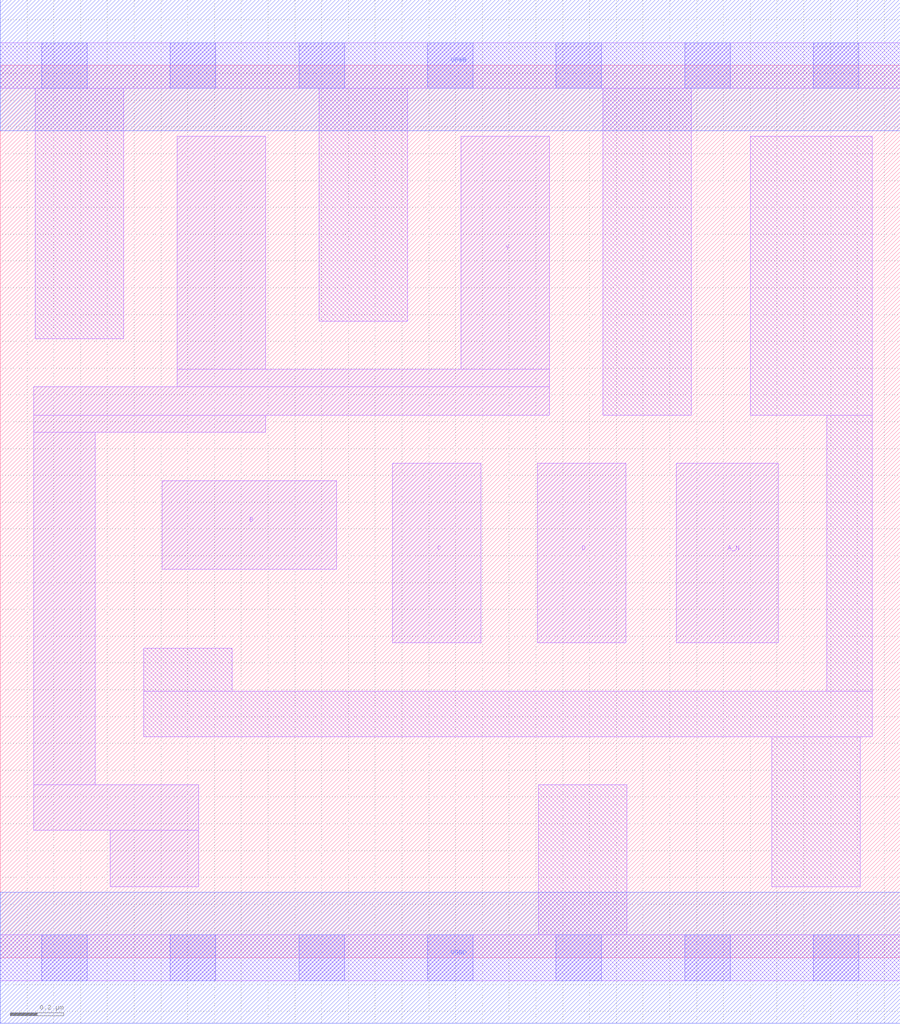
<source format=lef>
# Copyright 2020 The SkyWater PDK Authors
#
# Licensed under the Apache License, Version 2.0 (the "License");
# you may not use this file except in compliance with the License.
# You may obtain a copy of the License at
#
#     https://www.apache.org/licenses/LICENSE-2.0
#
# Unless required by applicable law or agreed to in writing, software
# distributed under the License is distributed on an "AS IS" BASIS,
# WITHOUT WARRANTIES OR CONDITIONS OF ANY KIND, either express or implied.
# See the License for the specific language governing permissions and
# limitations under the License.
#
# SPDX-License-Identifier: Apache-2.0

VERSION 5.7 ;
  NOWIREEXTENSIONATPIN ON ;
  DIVIDERCHAR "/" ;
  BUSBITCHARS "[]" ;
UNITS
  DATABASE MICRONS 200 ;
END UNITS
MACRO sky130_fd_sc_lp__nand4b_lp
  CLASS CORE ;
  FOREIGN sky130_fd_sc_lp__nand4b_lp ;
  ORIGIN  0.000000  0.000000 ;
  SIZE  3.360000 BY  3.330000 ;
  SYMMETRY X Y R90 ;
  SITE unit ;
  PIN A_N
    ANTENNAGATEAREA  0.376000 ;
    DIRECTION INPUT ;
    USE SIGNAL ;
    PORT
      LAYER li1 ;
        RECT 2.525000 1.175000 2.905000 1.845000 ;
    END
  END A_N
  PIN B
    ANTENNAGATEAREA  0.313000 ;
    DIRECTION INPUT ;
    USE SIGNAL ;
    PORT
      LAYER li1 ;
        RECT 0.605000 1.450000 1.255000 1.780000 ;
    END
  END B
  PIN C
    ANTENNAGATEAREA  0.313000 ;
    DIRECTION INPUT ;
    USE SIGNAL ;
    PORT
      LAYER li1 ;
        RECT 1.465000 1.175000 1.795000 1.845000 ;
    END
  END C
  PIN D
    ANTENNAGATEAREA  0.313000 ;
    DIRECTION INPUT ;
    USE SIGNAL ;
    PORT
      LAYER li1 ;
        RECT 2.005000 1.175000 2.335000 1.845000 ;
    END
  END D
  PIN Y
    ANTENNADIFFAREA  0.679700 ;
    DIRECTION OUTPUT ;
    USE SIGNAL ;
    PORT
      LAYER li1 ;
        RECT 0.125000 0.475000 0.740000 0.645000 ;
        RECT 0.125000 0.645000 0.355000 1.960000 ;
        RECT 0.125000 1.960000 0.990000 2.025000 ;
        RECT 0.125000 2.025000 2.050000 2.130000 ;
        RECT 0.410000 0.265000 0.740000 0.475000 ;
        RECT 0.660000 2.130000 2.050000 2.195000 ;
        RECT 0.660000 2.195000 0.990000 3.065000 ;
        RECT 1.720000 2.195000 2.050000 3.065000 ;
    END
  END Y
  PIN VGND
    DIRECTION INOUT ;
    USE GROUND ;
    PORT
      LAYER met1 ;
        RECT 0.000000 -0.245000 3.360000 0.245000 ;
    END
  END VGND
  PIN VPWR
    DIRECTION INOUT ;
    USE POWER ;
    PORT
      LAYER met1 ;
        RECT 0.000000 3.085000 3.360000 3.575000 ;
    END
  END VPWR
  OBS
    LAYER li1 ;
      RECT 0.000000 -0.085000 3.360000 0.085000 ;
      RECT 0.000000  3.245000 3.360000 3.415000 ;
      RECT 0.130000  2.310000 0.460000 3.245000 ;
      RECT 0.535000  0.825000 3.255000 0.995000 ;
      RECT 0.535000  0.995000 0.865000 1.155000 ;
      RECT 1.190000  2.375000 1.520000 3.245000 ;
      RECT 2.010000  0.085000 2.340000 0.645000 ;
      RECT 2.250000  2.025000 2.580000 3.245000 ;
      RECT 2.800000  2.025000 3.255000 3.065000 ;
      RECT 2.880000  0.265000 3.210000 0.825000 ;
      RECT 3.085000  0.995000 3.255000 2.025000 ;
    LAYER mcon ;
      RECT 0.155000 -0.085000 0.325000 0.085000 ;
      RECT 0.155000  3.245000 0.325000 3.415000 ;
      RECT 0.635000 -0.085000 0.805000 0.085000 ;
      RECT 0.635000  3.245000 0.805000 3.415000 ;
      RECT 1.115000 -0.085000 1.285000 0.085000 ;
      RECT 1.115000  3.245000 1.285000 3.415000 ;
      RECT 1.595000 -0.085000 1.765000 0.085000 ;
      RECT 1.595000  3.245000 1.765000 3.415000 ;
      RECT 2.075000 -0.085000 2.245000 0.085000 ;
      RECT 2.075000  3.245000 2.245000 3.415000 ;
      RECT 2.555000 -0.085000 2.725000 0.085000 ;
      RECT 2.555000  3.245000 2.725000 3.415000 ;
      RECT 3.035000 -0.085000 3.205000 0.085000 ;
      RECT 3.035000  3.245000 3.205000 3.415000 ;
  END
END sky130_fd_sc_lp__nand4b_lp
END LIBRARY

</source>
